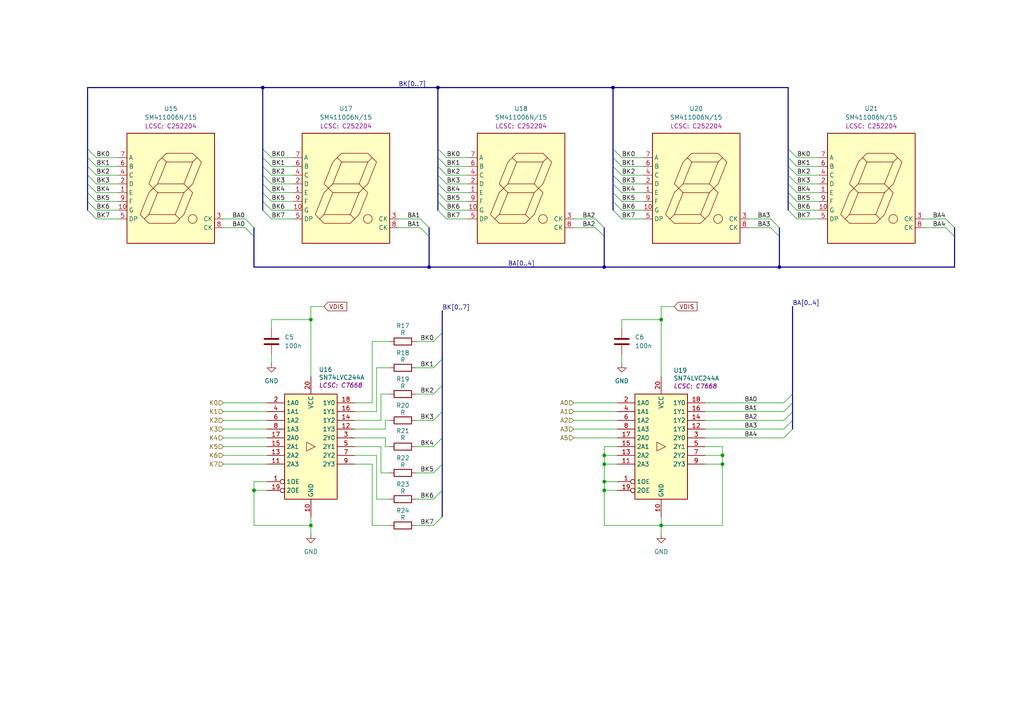
<source format=kicad_sch>
(kicad_sch (version 20250114) (generator "eeschema") (generator_version "9.0")
  (paper "A4")
  (title_block (date "2025-10-19") (rev "v0.0") (company "Rajath Katker") (comment 4 "Final verification pending"))
  (lib_symbols
    (symbol "74xx:74AHC244"
      (property "Reference" "U" (at -7.62 16.51 0))
      (property "Value" "74AHC244" (at -7.62 -16.51 0))
      (symbol "74AHC244_1_0"
        (polyline (pts (xy 1.27 0) (xy -1.27 1.27) (xy -1.27 -1.27) (xy 1.27 0)) (stroke (width 0.1524)))
        (pin input line (at -12.7 12.7 0) (length 5.08) (name "1A0") (number "2"))
        (pin input line (at -12.7 10.16 0) (length 5.08) (name "1A1") (number "4"))
        (pin input line (at -12.7 7.62 0) (length 5.08) (name "1A2") (number "6"))
        (pin input line (at -12.7 5.08 0) (length 5.08) (name "1A3") (number "8"))
        (pin input line (at -12.7 2.54 0) (length 5.08) (name "2A0") (number "17"))
        (pin input line (at -12.7 0 0) (length 5.08) (name "2A1") (number "15"))
        (pin input line (at -12.7 -2.54 0) (length 5.08) (name "2A2") (number "13"))
        (pin input line (at -12.7 -5.08 0) (length 5.08) (name "2A3") (number "11"))
        (pin input inverted (at -12.7 -10.16 0) (length 5.08) (name "1OE") (number "1"))
        (pin input inverted (at -12.7 -12.7 0) (length 5.08) (name "2OE") (number "19"))
        (pin power_in line (at 0 20.32 270) (length 5.08) (name "VCC") (number "20"))
        (pin power_in line (at 0 -20.32 90) (length 5.08) (name "GND") (number "10"))
        (pin tri_state line (at 12.7 12.7 180) (length 5.08) (name "1Y0") (number "18"))
        (pin tri_state line (at 12.7 10.16 180) (length 5.08) (name "1Y1") (number "16"))
        (pin tri_state line (at 12.7 7.62 180) (length 5.08) (name "1Y2") (number "14"))
        (pin tri_state line (at 12.7 5.08 180) (length 5.08) (name "1Y3") (number "12"))
        (pin tri_state line (at 12.7 2.54 180) (length 5.08) (name "2Y0") (number "3"))
        (pin tri_state line (at 12.7 0 180) (length 5.08) (name "2Y1") (number "5"))
        (pin tri_state line (at 12.7 -2.54 180) (length 5.08) (name "2Y2") (number "7"))
        (pin tri_state line (at 12.7 -5.08 180) (length 5.08) (name "2Y3") (number "9"))
      )
      (symbol "74AHC244_1_1"
        (rectangle (start -7.62 15.24) (end 7.62 -15.24) (stroke (width 0.254)) (fill (type background)))
      )
    )
    (symbol "Device:C" (pin_numbers (hide yes)) (pin_names (offset 0.254))
      (property "Reference" "C" (at 0.635 2.54 0))
      (property "Value" "C" (at 0.635 -2.54 0))
      (symbol "C_0_1"
        (polyline (pts (xy -2.032 0.762) (xy 2.032 0.762)) (stroke (width 0.508)))
        (polyline (pts (xy -2.032 -0.762) (xy 2.032 -0.762)) (stroke (width 0.508)))
      )
      (symbol "C_1_1"
        (pin passive line (at 0 3.81 270) (length 2.794) (name "~") (number "1"))
        (pin passive line (at 0 -3.81 90) (length 2.794) (name "~") (number "2"))
      )
    )
    (symbol "Device:R" (pin_numbers (hide yes)) (pin_names (offset 0))
      (property "Reference" "R" (at 2.032 0 90))
      (property "Value" "R" (at 0 0 90))
      (symbol "R_0_1"
        (rectangle (start -1.016 -2.54) (end 1.016 2.54) (stroke (width 0.254)))
      )
      (symbol "R_1_1"
        (pin passive line (at 0 3.81 270) (length 1.27) (name "~") (number "1"))
        (pin passive line (at 0 -3.81 90) (length 1.27) (name "~") (number "2"))
      )
    )
    (symbol "power:GND" (power) (pin_numbers (hide yes)) (pin_names (offset 0) (hide yes))
      (property "Value" "GND" (at 0 -3.81 0))
      (symbol "GND_0_1"
        (polyline (pts (xy 0 0) (xy 0 -1.27) (xy 1.27 -1.27) (xy 0 -2.54) (xy -1.27 -1.27) (xy 0 -1.27)))
      )
      (symbol "GND_1_1"
        (pin power_in line (at 0 0 270) (length 0) (name "~") (number "1"))
      )
    )
    (symbol "precision_clock:SM411006N/15"
      (property "Reference" "U" (at 0 21.844 0))
      (property "Value" "SM411006N/15" (at 0 19.812 0))
      (symbol "SM411006N/15_0_1"
        (polyline (pts (xy -7.62 -8.89) (xy -6.35 -7.62)))
        (polyline (pts (xy -7.62 -8.89) (xy -6.35 -10.16)))
        (polyline (pts (xy -6.35 -7.62) (xy -3.81 -1.27)))
        (polyline (pts (xy -6.35 -7.62) (xy 1.27 -7.62)))
        (polyline (pts (xy -6.35 -10.16) (xy 1.27 -10.16) (xy 2.54 -8.89)))
        (polyline (pts (xy -5.08 0) (xy -6.35 -1.27) (xy -8.89 -7.62) (xy -7.62 -8.89)))
        (polyline (pts (xy -3.81 1.27) (xy -5.08 0)))
        (polyline (pts (xy -3.81 1.27) (xy 3.81 1.27)))
        (polyline (pts (xy -3.81 -1.27) (xy -5.08 0)))
        (polyline (pts (xy -3.81 -1.27) (xy 3.81 -1.27)))
        (polyline (pts (xy -2.54 8.89) (xy -3.81 7.62) (xy -6.35 1.27) (xy -5.08 0)))
        (polyline (pts (xy 1.27 -7.62) (xy 2.54 -8.89)))
        (polyline (pts (xy 2.54 -8.89) (xy 3.81 -7.62) (xy 6.35 -1.27) (xy 5.08 0)))
        (polyline (pts (xy 3.81 1.27) (xy 5.08 0)))
        (polyline (pts (xy 3.81 -1.27) (xy 1.27 -7.62)))
        (polyline (pts (xy 5.08 0) (xy 3.81 -1.27)))
        (polyline (pts (xy 5.08 0) (xy 6.35 1.27) (xy 8.89 7.62) (xy 7.62 8.89)))
        (polyline (pts (xy 6.35 7.62) (xy 3.81 1.27)))
        (polyline (pts (xy 6.35 7.62) (xy -1.27 7.62) (xy -3.81 1.27)))
        (polyline (pts (xy 6.35 7.62) (xy 7.62 8.89) (xy 6.35 10.16) (xy -1.27 10.16) (xy -2.54 8.89) (xy -1.27 7.62)))
        (circle (center 6.35 -8.89) (radius 1.27))
      )
      (symbol "SM411006N/15_1_1"
        (rectangle (start -12.7 15.9543) (end 12.7 -15.9544) (stroke (width 0.254)) (fill (type color) (color 255 255 194 1)))
        (pin input line (at -15.24 8.89 0) (length 2.54) (name "A") (number "7"))
        (pin input line (at -15.24 6.35 0) (length 2.54) (name "B") (number "6"))
        (pin input line (at -15.24 3.81 0) (length 2.54) (name "C") (number "4"))
        (pin input line (at -15.24 1.27 0) (length 2.54) (name "D") (number "2"))
        (pin input line (at -15.24 -1.27 0) (length 2.54) (name "E") (number "1"))
        (pin input line (at -15.24 -3.81 0) (length 2.54) (name "F") (number "9"))
        (pin input line (at -15.24 -6.35 0) (length 2.54) (name "G") (number "10"))
        (pin input line (at -15.24 -8.89 0) (length 2.54) (name "DP") (number "5"))
        (pin input line (at 15.24 -8.89 180) (length 2.54) (name "CK") (number "3"))
        (pin input line (at 15.24 -11.43 180) (length 2.54) (name "CK") (number "8"))
      )
    )
  )
  (junction (at 191.77 152.4))
  (junction (at 90.17 92.71))
  (junction (at 226.06 77.47))
  (junction (at 209.55 134.62))
  (junction (at 73.66 142.24))
  (junction (at 175.26 139.7))
  (junction (at 175.26 142.24))
  (junction (at 124.46 77.47))
  (junction (at 127 25.4))
  (junction (at 209.55 132.08))
  (junction (at 177.8 25.4))
  (junction (at 175.26 134.62))
  (junction (at 175.26 77.47))
  (junction (at 175.26 132.08))
  (junction (at 191.77 92.71))
  (junction (at 90.17 152.4))
  (junction (at 76.2 25.4))
  (bus_entry (at 229.87 114.3) (size -2.54 2.54))
  (bus_entry (at 128.27 142.24) (size -2.54 2.54))
  (bus_entry (at 25.4 60.96) (size 2.54 2.54))
  (bus_entry (at 177.8 43.18) (size 2.54 2.54))
  (bus_entry (at 226.06 68.58) (size -2.54 -2.54))
  (bus_entry (at 229.87 124.46) (size -2.54 2.54))
  (bus_entry (at 177.8 50.8) (size 2.54 2.54))
  (bus_entry (at 128.27 127) (size -2.54 2.54))
  (bus_entry (at 25.4 45.72) (size 2.54 2.54))
  (bus_entry (at 229.87 116.84) (size -2.54 2.54))
  (bus_entry (at 128.27 134.62) (size -2.54 2.54))
  (bus_entry (at 124.46 68.58) (size -2.54 -2.54))
  (bus_entry (at 177.8 60.96) (size 2.54 2.54))
  (bus_entry (at 177.8 55.88) (size 2.54 2.54))
  (bus_entry (at 124.46 66.04) (size -2.54 -2.54))
  (bus_entry (at 76.2 55.88) (size 2.54 2.54))
  (bus_entry (at 25.4 58.42) (size 2.54 2.54))
  (bus_entry (at 76.2 53.34) (size 2.54 2.54))
  (bus_entry (at 25.4 48.26) (size 2.54 2.54))
  (bus_entry (at 229.87 119.38) (size -2.54 2.54))
  (bus_entry (at 76.2 45.72) (size 2.54 2.54))
  (bus_entry (at 228.6 55.88) (size 2.54 2.54))
  (bus_entry (at 127 50.8) (size 2.54 2.54))
  (bus_entry (at 76.2 58.42) (size 2.54 2.54))
  (bus_entry (at 128.27 149.86) (size -2.54 2.54))
  (bus_entry (at 73.66 68.58) (size -2.54 -2.54))
  (bus_entry (at 127 55.88) (size 2.54 2.54))
  (bus_entry (at 128.27 96.52) (size -2.54 2.54))
  (bus_entry (at 177.8 58.42) (size 2.54 2.54))
  (bus_entry (at 177.8 48.26) (size 2.54 2.54))
  (bus_entry (at 228.6 45.72) (size 2.54 2.54))
  (bus_entry (at 228.6 53.34) (size 2.54 2.54))
  (bus_entry (at 177.8 53.34) (size 2.54 2.54))
  (bus_entry (at 76.2 43.18) (size 2.54 2.54))
  (bus_entry (at 175.26 66.04) (size -2.54 -2.54))
  (bus_entry (at 25.4 43.18) (size 2.54 2.54))
  (bus_entry (at 128.27 104.14) (size -2.54 2.54))
  (bus_entry (at 127 53.34) (size 2.54 2.54))
  (bus_entry (at 228.6 43.18) (size 2.54 2.54))
  (bus_entry (at 226.06 66.04) (size -2.54 -2.54))
  (bus_entry (at 127 45.72) (size 2.54 2.54))
  (bus_entry (at 25.4 50.8) (size 2.54 2.54))
  (bus_entry (at 127 43.18) (size 2.54 2.54))
  (bus_entry (at 228.6 58.42) (size 2.54 2.54))
  (bus_entry (at 177.8 45.72) (size 2.54 2.54))
  (bus_entry (at 228.6 60.96) (size 2.54 2.54))
  (bus_entry (at 73.66 66.04) (size -2.54 -2.54))
  (bus_entry (at 228.6 48.26) (size 2.54 2.54))
  (bus_entry (at 76.2 50.8) (size 2.54 2.54))
  (bus_entry (at 175.26 68.58) (size -2.54 -2.54))
  (bus_entry (at 127 60.96) (size 2.54 2.54))
  (bus_entry (at 229.87 121.92) (size -2.54 2.54))
  (bus_entry (at 228.6 50.8) (size 2.54 2.54))
  (bus_entry (at 128.27 111.76) (size -2.54 2.54))
  (bus_entry (at 127 48.26) (size 2.54 2.54))
  (bus_entry (at 76.2 60.96) (size 2.54 2.54))
  (bus_entry (at 128.27 119.38) (size -2.54 2.54))
  (bus_entry (at 25.4 53.34) (size 2.54 2.54))
  (bus_entry (at 276.86 66.04) (size -2.54 -2.54))
  (bus_entry (at 276.86 68.58) (size -2.54 -2.54))
  (bus_entry (at 127 58.42) (size 2.54 2.54))
  (bus_entry (at 25.4 55.88) (size 2.54 2.54))
  (bus_entry (at 76.2 48.26) (size 2.54 2.54))
  (bus (pts (xy 127 25.4) (xy 127 43.18)))
  (wire (pts (xy 64.77 116.84) (xy 77.47 116.84)))
  (wire (pts (xy 102.87 127) (xy 111.76 127)))
  (wire (pts (xy 129.54 55.88) (xy 135.89 55.88)))
  (bus (pts (xy 175.26 68.58) (xy 175.26 77.47)))
  (wire (pts (xy 166.37 119.38) (xy 179.07 119.38)))
  (bus (pts (xy 127 43.18) (xy 127 45.72)))
  (wire (pts (xy 78.74 95.25) (xy 78.74 92.71)))
  (wire (pts (xy 231.14 45.72) (xy 237.49 45.72)))
  (wire (pts (xy 204.47 121.92) (xy 227.33 121.92)))
  (wire (pts (xy 217.17 63.5) (xy 223.52 63.5)))
  (bus (pts (xy 228.6 45.72) (xy 228.6 48.26)))
  (wire (pts (xy 78.74 60.96) (xy 85.09 60.96)))
  (wire (pts (xy 109.22 119.38) (xy 109.22 106.68)))
  (bus (pts (xy 229.87 114.3) (xy 229.87 116.84)))
  (wire (pts (xy 73.66 152.4) (xy 90.17 152.4)))
  (wire (pts (xy 180.34 60.96) (xy 186.69 60.96)))
  (wire (pts (xy 78.74 50.8) (xy 85.09 50.8)))
  (wire (pts (xy 129.54 58.42) (xy 135.89 58.42)))
  (bus (pts (xy 177.8 53.34) (xy 177.8 55.88)))
  (bus (pts (xy 226.06 68.58) (xy 226.06 77.47)))
  (wire (pts (xy 204.47 116.84) (xy 227.33 116.84)))
  (bus (pts (xy 73.66 68.58) (xy 73.66 77.47)))
  (bus (pts (xy 226.06 77.47) (xy 276.86 77.47)))
  (wire (pts (xy 78.74 55.88) (xy 85.09 55.88)))
  (bus (pts (xy 76.2 50.8) (xy 76.2 53.34)))
  (wire (pts (xy 129.54 48.26) (xy 135.89 48.26)))
  (wire (pts (xy 107.95 134.62) (xy 107.95 152.4)))
  (wire (pts (xy 180.34 102.87) (xy 180.34 105.41)))
  (wire (pts (xy 64.77 127) (xy 77.47 127)))
  (wire (pts (xy 129.54 63.5) (xy 135.89 63.5)))
  (wire (pts (xy 107.95 99.06) (xy 113.03 99.06)))
  (wire (pts (xy 175.26 132.08) (xy 175.26 129.54)))
  (wire (pts (xy 102.87 134.62) (xy 107.95 134.62)))
  (wire (pts (xy 120.65 99.06) (xy 125.73 99.06)))
  (wire (pts (xy 267.97 66.04) (xy 274.32 66.04)))
  (bus (pts (xy 124.46 66.04) (xy 124.46 68.58)))
  (wire (pts (xy 166.37 63.5) (xy 172.72 63.5)))
  (wire (pts (xy 166.37 121.92) (xy 179.07 121.92)))
  (wire (pts (xy 204.47 124.46) (xy 227.33 124.46)))
  (wire (pts (xy 90.17 152.4) (xy 90.17 154.94)))
  (bus (pts (xy 25.4 55.88) (xy 25.4 58.42)))
  (wire (pts (xy 204.47 129.54) (xy 209.55 129.54)))
  (wire (pts (xy 191.77 92.71) (xy 191.77 109.22)))
  (wire (pts (xy 78.74 63.5) (xy 85.09 63.5)))
  (wire (pts (xy 102.87 116.84) (xy 107.95 116.84)))
  (bus (pts (xy 25.4 53.34) (xy 25.4 55.88)))
  (wire (pts (xy 27.94 63.5) (xy 34.29 63.5)))
  (wire (pts (xy 180.34 48.26) (xy 186.69 48.26)))
  (wire (pts (xy 217.17 66.04) (xy 223.52 66.04)))
  (wire (pts (xy 109.22 144.78) (xy 113.03 144.78)))
  (wire (pts (xy 209.55 132.08) (xy 209.55 134.62)))
  (wire (pts (xy 180.34 45.72) (xy 186.69 45.72)))
  (wire (pts (xy 120.65 106.68) (xy 125.73 106.68)))
  (wire (pts (xy 120.65 144.78) (xy 125.73 144.78)))
  (bus (pts (xy 229.87 119.38) (xy 229.87 121.92)))
  (wire (pts (xy 191.77 152.4) (xy 191.77 154.94)))
  (bus (pts (xy 228.6 43.18) (xy 228.6 45.72)))
  (bus (pts (xy 76.2 53.34) (xy 76.2 55.88)))
  (wire (pts (xy 129.54 53.34) (xy 135.89 53.34)))
  (wire (pts (xy 78.74 102.87) (xy 78.74 105.41)))
  (wire (pts (xy 204.47 119.38) (xy 227.33 119.38)))
  (bus (pts (xy 127 55.88) (xy 127 58.42)))
  (bus (pts (xy 128.27 90.17) (xy 128.27 96.52)))
  (bus (pts (xy 76.2 45.72) (xy 76.2 48.26)))
  (wire (pts (xy 231.14 63.5) (xy 237.49 63.5)))
  (wire (pts (xy 110.49 121.92) (xy 110.49 114.3)))
  (wire (pts (xy 78.74 45.72) (xy 85.09 45.72)))
  (wire (pts (xy 209.55 129.54) (xy 209.55 132.08)))
  (wire (pts (xy 27.94 55.88) (xy 34.29 55.88)))
  (wire (pts (xy 175.26 142.24) (xy 179.07 142.24)))
  (bus (pts (xy 228.6 58.42) (xy 228.6 60.96)))
  (bus (pts (xy 25.4 25.4) (xy 25.4 43.18)))
  (bus (pts (xy 175.26 77.47) (xy 226.06 77.47)))
  (wire (pts (xy 73.66 142.24) (xy 73.66 152.4)))
  (wire (pts (xy 64.77 132.08) (xy 77.47 132.08)))
  (bus (pts (xy 128.27 127) (xy 128.27 134.62)))
  (bus (pts (xy 228.6 55.88) (xy 228.6 58.42)))
  (wire (pts (xy 129.54 50.8) (xy 135.89 50.8)))
  (wire (pts (xy 115.57 63.5) (xy 121.92 63.5)))
  (bus (pts (xy 124.46 77.47) (xy 175.26 77.47)))
  (wire (pts (xy 175.26 152.4) (xy 191.77 152.4)))
  (wire (pts (xy 204.47 132.08) (xy 209.55 132.08)))
  (wire (pts (xy 231.14 58.42) (xy 237.49 58.42)))
  (wire (pts (xy 78.74 92.71) (xy 90.17 92.71)))
  (bus (pts (xy 229.87 116.84) (xy 229.87 119.38)))
  (bus (pts (xy 228.6 25.4) (xy 228.6 43.18)))
  (wire (pts (xy 180.34 63.5) (xy 186.69 63.5)))
  (wire (pts (xy 109.22 132.08) (xy 109.22 144.78)))
  (bus (pts (xy 76.2 25.4) (xy 76.2 43.18)))
  (wire (pts (xy 27.94 48.26) (xy 34.29 48.26)))
  (wire (pts (xy 64.77 124.46) (xy 77.47 124.46)))
  (wire (pts (xy 107.95 152.4) (xy 113.03 152.4)))
  (wire (pts (xy 175.26 134.62) (xy 175.26 132.08)))
  (wire (pts (xy 166.37 124.46) (xy 179.07 124.46)))
  (bus (pts (xy 76.2 55.88) (xy 76.2 58.42)))
  (wire (pts (xy 180.34 95.25) (xy 180.34 92.71)))
  (wire (pts (xy 231.14 53.34) (xy 237.49 53.34)))
  (wire (pts (xy 129.54 60.96) (xy 135.89 60.96)))
  (wire (pts (xy 109.22 106.68) (xy 113.03 106.68)))
  (wire (pts (xy 64.77 121.92) (xy 77.47 121.92)))
  (bus (pts (xy 76.2 58.42) (xy 76.2 60.96)))
  (wire (pts (xy 175.26 139.7) (xy 175.26 134.62)))
  (wire (pts (xy 175.26 129.54) (xy 179.07 129.54)))
  (wire (pts (xy 209.55 152.4) (xy 191.77 152.4)))
  (bus (pts (xy 128.27 119.38) (xy 128.27 127)))
  (wire (pts (xy 110.49 137.16) (xy 113.03 137.16)))
  (bus (pts (xy 128.27 111.76) (xy 128.27 119.38)))
  (wire (pts (xy 78.74 58.42) (xy 85.09 58.42)))
  (wire (pts (xy 180.34 55.88) (xy 186.69 55.88)))
  (wire (pts (xy 191.77 88.9) (xy 191.77 92.71)))
  (bus (pts (xy 177.8 55.88) (xy 177.8 58.42)))
  (wire (pts (xy 120.65 129.54) (xy 125.73 129.54)))
  (bus (pts (xy 25.4 25.4) (xy 76.2 25.4)))
  (bus (pts (xy 226.06 66.04) (xy 226.06 68.58)))
  (bus (pts (xy 124.46 68.58) (xy 124.46 77.47)))
  (bus (pts (xy 127 58.42) (xy 127 60.96)))
  (bus (pts (xy 128.27 104.14) (xy 128.27 111.76)))
  (wire (pts (xy 111.76 124.46) (xy 111.76 121.92)))
  (wire (pts (xy 64.77 66.04) (xy 71.12 66.04)))
  (bus (pts (xy 228.6 53.34) (xy 228.6 55.88)))
  (wire (pts (xy 204.47 134.62) (xy 209.55 134.62)))
  (wire (pts (xy 27.94 53.34) (xy 34.29 53.34)))
  (bus (pts (xy 177.8 25.4) (xy 228.6 25.4)))
  (wire (pts (xy 111.76 127) (xy 111.76 129.54)))
  (bus (pts (xy 177.8 43.18) (xy 177.8 45.72)))
  (bus (pts (xy 228.6 50.8) (xy 228.6 53.34)))
  (wire (pts (xy 267.97 63.5) (xy 274.32 63.5)))
  (bus (pts (xy 73.66 66.04) (xy 73.66 68.58)))
  (wire (pts (xy 204.47 127) (xy 227.33 127)))
  (wire (pts (xy 180.34 50.8) (xy 186.69 50.8)))
  (wire (pts (xy 195.58 88.9) (xy 191.77 88.9)))
  (wire (pts (xy 64.77 119.38) (xy 77.47 119.38)))
  (wire (pts (xy 129.54 45.72) (xy 135.89 45.72)))
  (wire (pts (xy 180.34 53.34) (xy 186.69 53.34)))
  (bus (pts (xy 25.4 48.26) (xy 25.4 50.8)))
  (bus (pts (xy 177.8 58.42) (xy 177.8 60.96)))
  (bus (pts (xy 128.27 142.24) (xy 128.27 149.86)))
  (wire (pts (xy 78.74 53.34) (xy 85.09 53.34)))
  (wire (pts (xy 73.66 142.24) (xy 77.47 142.24)))
  (wire (pts (xy 73.66 139.7) (xy 73.66 142.24)))
  (wire (pts (xy 90.17 88.9) (xy 90.17 92.71)))
  (wire (pts (xy 231.14 55.88) (xy 237.49 55.88)))
  (wire (pts (xy 175.26 139.7) (xy 175.26 142.24)))
  (bus (pts (xy 276.86 68.58) (xy 276.86 77.47)))
  (wire (pts (xy 102.87 129.54) (xy 110.49 129.54)))
  (wire (pts (xy 110.49 114.3) (xy 113.03 114.3)))
  (wire (pts (xy 179.07 139.7) (xy 175.26 139.7)))
  (bus (pts (xy 25.4 58.42) (xy 25.4 60.96)))
  (bus (pts (xy 127 53.34) (xy 127 55.88)))
  (wire (pts (xy 27.94 58.42) (xy 34.29 58.42)))
  (wire (pts (xy 93.98 88.9) (xy 90.17 88.9)))
  (wire (pts (xy 231.14 50.8) (xy 237.49 50.8)))
  (bus (pts (xy 177.8 50.8) (xy 177.8 53.34)))
  (wire (pts (xy 27.94 50.8) (xy 34.29 50.8)))
  (wire (pts (xy 90.17 92.71) (xy 90.17 109.22)))
  (wire (pts (xy 102.87 119.38) (xy 109.22 119.38)))
  (wire (pts (xy 175.26 134.62) (xy 179.07 134.62)))
  (bus (pts (xy 127 50.8) (xy 127 53.34)))
  (bus (pts (xy 127 48.26) (xy 127 50.8)))
  (wire (pts (xy 64.77 63.5) (xy 71.12 63.5)))
  (wire (pts (xy 209.55 134.62) (xy 209.55 152.4)))
  (wire (pts (xy 64.77 134.62) (xy 77.47 134.62)))
  (bus (pts (xy 127 45.72) (xy 127 48.26)))
  (wire (pts (xy 27.94 60.96) (xy 34.29 60.96)))
  (wire (pts (xy 120.65 114.3) (xy 125.73 114.3)))
  (wire (pts (xy 120.65 137.16) (xy 125.73 137.16)))
  (bus (pts (xy 76.2 25.4) (xy 127 25.4)))
  (wire (pts (xy 102.87 132.08) (xy 109.22 132.08)))
  (wire (pts (xy 120.65 121.92) (xy 125.73 121.92)))
  (bus (pts (xy 25.4 45.72) (xy 25.4 48.26)))
  (wire (pts (xy 180.34 92.71) (xy 191.77 92.71)))
  (bus (pts (xy 228.6 48.26) (xy 228.6 50.8)))
  (bus (pts (xy 127 25.4) (xy 177.8 25.4)))
  (bus (pts (xy 276.86 66.04) (xy 276.86 68.58)))
  (wire (pts (xy 180.34 58.42) (xy 186.69 58.42)))
  (bus (pts (xy 177.8 25.4) (xy 177.8 43.18)))
  (wire (pts (xy 102.87 124.46) (xy 111.76 124.46)))
  (bus (pts (xy 229.87 88.9) (xy 229.87 114.3)))
  (wire (pts (xy 77.47 139.7) (xy 73.66 139.7)))
  (wire (pts (xy 107.95 116.84) (xy 107.95 99.06)))
  (wire (pts (xy 64.77 129.54) (xy 77.47 129.54)))
  (wire (pts (xy 166.37 127) (xy 179.07 127)))
  (wire (pts (xy 175.26 142.24) (xy 175.26 152.4)))
  (bus (pts (xy 177.8 48.26) (xy 177.8 50.8)))
  (bus (pts (xy 25.4 43.18) (xy 25.4 45.72)))
  (wire (pts (xy 110.49 129.54) (xy 110.49 137.16)))
  (wire (pts (xy 231.14 48.26) (xy 237.49 48.26)))
  (wire (pts (xy 111.76 129.54) (xy 113.03 129.54)))
  (bus (pts (xy 229.87 121.92) (xy 229.87 124.46)))
  (bus (pts (xy 177.8 45.72) (xy 177.8 48.26)))
  (bus (pts (xy 175.26 66.04) (xy 175.26 68.58)))
  (wire (pts (xy 166.37 116.84) (xy 179.07 116.84)))
  (wire (pts (xy 78.74 48.26) (xy 85.09 48.26)))
  (wire (pts (xy 115.57 66.04) (xy 121.92 66.04)))
  (bus (pts (xy 128.27 134.62) (xy 128.27 142.24)))
  (wire (pts (xy 102.87 121.92) (xy 110.49 121.92)))
  (bus (pts (xy 124.46 77.47) (xy 73.66 77.47)))
  (bus (pts (xy 76.2 48.26) (xy 76.2 50.8)))
  (wire (pts (xy 175.26 132.08) (xy 179.07 132.08)))
  (wire (pts (xy 90.17 149.86) (xy 90.17 152.4)))
  (wire (pts (xy 231.14 60.96) (xy 237.49 60.96)))
  (wire (pts (xy 111.76 121.92) (xy 113.03 121.92)))
  (bus (pts (xy 76.2 43.18) (xy 76.2 45.72)))
  (wire (pts (xy 166.37 66.04) (xy 172.72 66.04)))
  (wire (pts (xy 27.94 45.72) (xy 34.29 45.72)))
  (wire (pts (xy 191.77 149.86) (xy 191.77 152.4)))
  (bus (pts (xy 25.4 50.8) (xy 25.4 53.34)))
  (wire (pts (xy 120.65 152.4) (xy 125.73 152.4)))
  (bus (pts (xy 128.27 96.52) (xy 128.27 104.14)))
  (label "BK4" (at 180.34 55.88 0))
  (label "BA2" (at 215.9 121.92 0))
  (label "BK7" (at 180.34 63.5 0))
  (label "BK4" (at 129.54 55.88 0))
  (label "BK0" (at 129.54 45.72 0))
  (label "BA3" (at 215.9 124.46 0))
  (label "BK1" (at 129.54 48.26 0))
  (label "BA[0..4]" (at 147.32 77.47 0))
  (label "BK2" (at 129.54 50.8 0))
  (label "BK6" (at 129.54 60.96 0))
  (label "BK[0..7]" (at 115.57 25.4 0))
  (label "BK6" (at 78.74 60.96 0))
  (label "BK1" (at 121.92 106.68 0))
  (label "BA1" (at 118.11 66.04 0))
  (label "BK3" (at 78.74 53.34 0))
  (label "BK3" (at 27.94 53.34 0))
  (label "BK2" (at 180.34 50.8 0))
  (label "BK3" (at 231.14 53.34 0))
  (label "BA2" (at 168.91 66.04 0))
  (label "BK7" (at 78.74 63.5 0))
  (label "BA[0..4]" (at 229.87 88.9 0))
  (label "BK1" (at 180.34 48.26 0))
  (label "BK7" (at 231.14 63.5 0))
  (label "BA0" (at 67.31 63.5 0))
  (label "BA4" (at 215.9 127 0))
  (label "BK5" (at 231.14 58.42 0))
  (label "BK0" (at 180.34 45.72 0))
  (label "BA1" (at 215.9 119.38 0))
  (label "BK5" (at 78.74 58.42 0))
  (label "BK5" (at 129.54 58.42 0))
  (label "BK1" (at 231.14 48.26 0))
  (label "BA2" (at 168.91 63.5 0))
  (label "BA4" (at 270.51 66.04 0))
  (label "BK[0..7]" (at 128.27 90.17 0))
  (label "BK6" (at 180.34 60.96 0))
  (label "BK1" (at 27.94 48.26 0))
  (label "BK5" (at 180.34 58.42 0))
  (label "BK6" (at 231.14 60.96 0))
  (label "BA0" (at 67.31 66.04 0))
  (label "BK0" (at 121.92 99.06 0))
  (label "BA3" (at 219.71 66.04 0))
  (label "BK3" (at 121.92 121.92 0))
  (label "BK2" (at 78.74 50.8 0))
  (label "BA4" (at 270.51 63.5 0))
  (label "BK7" (at 129.54 63.5 0))
  (label "BK1" (at 78.74 48.26 0))
  (label "BK2" (at 121.92 114.3 0))
  (label "BK3" (at 180.34 53.34 0))
  (label "BK3" (at 129.54 53.34 0))
  (label "BA0" (at 215.9 116.84 0))
  (label "BK2" (at 231.14 50.8 0))
  (label "BK0" (at 78.74 45.72 0))
  (label "BK0" (at 27.94 45.72 0))
  (label "BK7" (at 121.92 152.4 0))
  (label "BA1" (at 118.11 63.5 0))
  (label "BK2" (at 27.94 50.8 0))
  (label "BK7" (at 27.94 63.5 0))
  (label "BK4" (at 27.94 55.88 0))
  (label "BK4" (at 231.14 55.88 0))
  (label "BK0" (at 231.14 45.72 0))
  (label "BK5" (at 121.92 137.16 0))
  (label "BK5" (at 27.94 58.42 0))
  (label "BK6" (at 27.94 60.96 0))
  (label "BK6" (at 121.92 144.78 0))
  (label "BK4" (at 121.92 129.54 0))
  (label "BK4" (at 78.74 55.88 0))
  (label "BA3" (at 219.71 63.5 0))
  (global_label "VDIS" (shape input) (at 195.58 88.9 0) (property "Intersheetrefs" "${INTERSHEET_REFS}" (effects (hide yes))))
  (global_label "VDIS" (shape input) (at 93.98 88.9 0) (property "Intersheetrefs" "${INTERSHEET_REFS}" (effects (hide yes))))
  (hierarchical_label "A2" (shape input) (at 166.37 121.92 180))
  (hierarchical_label "K2" (shape input) (at 64.77 121.92 180))
  (hierarchical_label "K7" (shape input) (at 64.77 134.62 180))
  (hierarchical_label "A0" (shape input) (at 166.37 116.84 180))
  (hierarchical_label "K3" (shape input) (at 64.77 124.46 180))
  (hierarchical_label "A3" (shape input) (at 166.37 124.46 180))
  (hierarchical_label "A1" (shape input) (at 166.37 119.38 180))
  (hierarchical_label "K5" (shape input) (at 64.77 129.54 180))
  (hierarchical_label "K1" (shape input) (at 64.77 119.38 180))
  (hierarchical_label "K6" (shape input) (at 64.77 132.08 180))
  (hierarchical_label "K0" (shape input) (at 64.77 116.84 180))
  (hierarchical_label "K4" (shape input) (at 64.77 127 180))
  (hierarchical_label "A5" (shape input) (at 166.37 127 180))
  (symbol (lib_id "Device:R") (at 116.84 121.92 90) (unit 1)
    (property "Reference" "R4" (at 116.84 117.602 90))
    (property "Value" "R" (at 116.84 119.634 90))
    (property "Description" "Resistor" (effects (hide yes)))
    (instances (project "Precision Clock" (path "" (reference "R20") (unit 1)) (path "" (reference "R4") (unit 1)) (path "" (reference "R12") (unit 1))))
  )
  (symbol (lib_id "precision_clock:SM411006N/15") (at 100.33 54.61 0) (unit 1)
    (property "Reference" "U3" (at 100.33 31.496 0))
    (property "Value" "SM411006N/15" (at 100.33 34.036 0))
    (property "Footprint" "precision_clock:SM411006N15" (effects (hide yes)))
    (property "Datasheet" "https://www.lcsc.com/datasheet/C252204.pdf" (effects (hide yes)))
    (property "Description" "25.4 mm (1.0 inch) Single Digit Numeric Display" (effects (hide yes)))
    (property "LCSC" "C252204" (at 100.33 36.576 0) (show_name yes))
    (instances (project "Precision Clock" (path "" (reference "U17") (unit 1)) (path "" (reference "U3") (unit 1)) (path "" (reference "U10") (unit 1))))
  )
  (symbol (lib_id "Device:R") (at 116.84 137.16 90) (unit 1)
    (property "Reference" "R6" (at 116.84 132.842 90))
    (property "Value" "R" (at 116.84 134.874 90))
    (property "Description" "Resistor" (effects (hide yes)))
    (instances (project "Precision Clock" (path "" (reference "R22") (unit 1)) (path "" (reference "R6") (unit 1)) (path "" (reference "R14") (unit 1))))
  )
  (symbol (lib_id "Device:C") (at 78.74 99.06 0) (unit 1)
    (property "Reference" "C1" (at 82.55 97.7899 0) (effects (justify left)))
    (property "Value" "100n" (at 82.55 100.3299 0) (effects (justify left)))
    (property "Description" "Unpolarized capacitor" (effects (hide yes)))
    (instances (project "Precision Clock" (path "" (reference "C5") (unit 1)) (path "" (reference "C1") (unit 1)) (path "" (reference "C3") (unit 1))))
  )
  (symbol (lib_id "Device:C") (at 180.34 99.06 0) (unit 1)
    (property "Reference" "C2" (at 184.15 97.7899 0) (effects (justify left)))
    (property "Value" "100n" (at 184.15 100.3299 0) (effects (justify left)))
    (property "Description" "Unpolarized capacitor" (effects (hide yes)))
    (instances (project "Precision Clock" (path "" (reference "C6") (unit 1)) (path "" (reference "C2") (unit 1)) (path "" (reference "C4") (unit 1))))
  )
  (symbol (lib_id "precision_clock:SM411006N/15") (at 201.93 54.61 0) (unit 1)
    (property "Reference" "U6" (at 201.93 31.496 0))
    (property "Value" "SM411006N/15" (at 201.93 34.036 0))
    (property "Footprint" "precision_clock:SM411006N15" (effects (hide yes)))
    (property "Datasheet" "https://www.lcsc.com/datasheet/C252204.pdf" (effects (hide yes)))
    (property "Description" "25.4 mm (1.0 inch) Single Digit Numeric Display" (effects (hide yes)))
    (property "LCSC" "C252204" (at 201.93 36.576 0) (show_name yes))
    (instances (project "Precision Clock" (path "" (reference "U20") (unit 1)) (path "" (reference "U6") (unit 1)) (path "" (reference "U13") (unit 1))))
  )
  (symbol (lib_id "power:GND") (at 78.74 105.41 0) (unit 1)
    (property "Reference" "#PWR01" (effects (hide yes)))
    (property "Value" "GND" (at 78.74 110.49 0))
    (property "Description" "Power symbol creates a global label with name \"GND\" , ground" (effects (hide yes)))
    (instances (project "Precision Clock" (path "" (reference "#PWR09") (unit 1)) (path "" (reference "#PWR01") (unit 1)) (path "" (reference "#PWR05") (unit 1))))
  )
  (symbol (lib_id "Device:R") (at 116.84 106.68 90) (unit 1)
    (property "Reference" "R2" (at 116.84 102.362 90))
    (property "Value" "R" (at 116.84 104.394 90))
    (property "Description" "Resistor" (effects (hide yes)))
    (instances (project "Precision Clock" (path "" (reference "R18") (unit 1)) (path "" (reference "R2") (unit 1)) (path "" (reference "R10") (unit 1))))
  )
  (symbol (lib_id "precision_clock:SM411006N/15") (at 151.13 54.61 0) (unit 1)
    (property "Reference" "U4" (at 151.13 31.496 0))
    (property "Value" "SM411006N/15" (at 151.13 34.036 0))
    (property "Footprint" "precision_clock:SM411006N15" (effects (hide yes)))
    (property "Datasheet" "https://www.lcsc.com/datasheet/C252204.pdf" (effects (hide yes)))
    (property "Description" "25.4 mm (1.0 inch) Single Digit Numeric Display" (effects (hide yes)))
    (property "LCSC" "C252204" (at 151.13 36.576 0) (show_name yes))
    (instances (project "Precision Clock" (path "" (reference "U18") (unit 1)) (path "" (reference "U4") (unit 1)) (path "" (reference "U11") (unit 1))))
  )
  (symbol (lib_id "74xx:74AHC244") (at 90.17 129.54 0) (unit 1)
    (property "Reference" "U2" (at 92.456 107.188 0) (effects (justify left)))
    (property "Value" "SN74LVC244A" (at 92.456 109.474 0) (effects (justify left)))
    (property "Footprint" "Package_SO:TSSOP-20_4.4x6.5mm_P0.65mm" (effects (hide yes)))
    (property "Datasheet" "https://assets.nexperia.com/documents/data-sheet/74AHC_AHCT244.pdf" (effects (hide yes)))
    (property "Description" "8-bit Buffer/Line Driver 3-state" (effects (hide yes)))
    (property "LCSC" "C7668" (at 92.456 111.76 0) (show_name yes) (effects (font (italic yes)) (justify left)))
    (instances (project "Precision Clock" (path "" (reference "U16") (unit 1)) (path "" (reference "U2") (unit 1)) (path "" (reference "U9") (unit 1))))
  )
  (symbol (lib_id "power:GND") (at 180.34 105.41 0) (unit 1)
    (property "Reference" "#PWR03" (effects (hide yes)))
    (property "Value" "GND" (at 180.34 110.49 0))
    (property "Description" "Power symbol creates a global label with name \"GND\" , ground" (effects (hide yes)))
    (instances (project "Precision Clock" (path "" (reference "#PWR011") (unit 1)) (path "" (reference "#PWR03") (unit 1)) (path "" (reference "#PWR07") (unit 1))))
  )
  (symbol (lib_id "Device:R") (at 116.84 152.4 90) (unit 1)
    (property "Reference" "R8" (at 116.84 148.082 90))
    (property "Value" "R" (at 116.84 150.114 90))
    (property "Description" "Resistor" (effects (hide yes)))
    (instances (project "Precision Clock" (path "" (reference "R24") (unit 1)) (path "" (reference "R8") (unit 1)) (path "" (reference "R16") (unit 1))))
  )
  (symbol (lib_id "74xx:74AHC244") (at 191.77 129.54 0) (unit 1)
    (property "Reference" "U5" (at 195.326 107.442 0) (effects (justify left)))
    (property "Value" "SN74LVC244A" (at 195.326 109.728 0) (effects (justify left)))
    (property "Footprint" "Package_SO:TSSOP-20_4.4x6.5mm_P0.65mm" (effects (hide yes)))
    (property "Datasheet" "https://assets.nexperia.com/documents/data-sheet/74AHC_AHCT244.pdf" (effects (hide yes)))
    (property "Description" "8-bit Buffer/Line Driver 3-state" (effects (hide yes)))
    (property "LCSC" "C7668" (at 195.326 112.014 0) (show_name yes) (effects (font (italic yes)) (justify left)))
    (instances (project "Precision Clock" (path "" (reference "U19") (unit 1)) (path "" (reference "U5") (unit 1)) (path "" (reference "U12") (unit 1))))
  )
  (symbol (lib_id "Device:R") (at 116.84 144.78 90) (unit 1)
    (property "Reference" "R7" (at 116.84 140.462 90))
    (property "Value" "R" (at 116.84 142.494 90))
    (property "Description" "Resistor" (effects (hide yes)))
    (instances (project "Precision Clock" (path "" (reference "R23") (unit 1)) (path "" (reference "R7") (unit 1)) (path "" (reference "R15") (unit 1))))
  )
  (symbol (lib_id "power:GND") (at 90.17 154.94 0) (unit 1)
    (property "Reference" "#PWR02" (effects (hide yes)))
    (property "Value" "GND" (at 90.17 160.02 0))
    (property "Description" "Power symbol creates a global label with name \"GND\" , ground" (effects (hide yes)))
    (instances (project "Precision Clock" (path "" (reference "#PWR010") (unit 1)) (path "" (reference "#PWR02") (unit 1)) (path "" (reference "#PWR06") (unit 1))))
  )
  (symbol (lib_id "precision_clock:SM411006N/15") (at 49.53 54.61 0) (unit 1)
    (property "Reference" "U1" (at 49.53 31.496 0))
    (property "Value" "SM411006N/15" (at 49.53 34.036 0))
    (property "Footprint" "precision_clock:SM411006N15" (effects (hide yes)))
    (property "Datasheet" "https://www.lcsc.com/datasheet/C252204.pdf" (effects (hide yes)))
    (property "Description" "25.4 mm (1.0 inch) Single Digit Numeric Display" (effects (hide yes)))
    (property "LCSC" "C252204" (at 49.53 36.576 0) (show_name yes))
    (instances (project "" (path "" (reference "U15") (unit 1)) (path "" (reference "U1") (unit 1)) (path "" (reference "U8") (unit 1))))
  )
  (symbol (lib_id "Device:R") (at 116.84 129.54 90) (unit 1)
    (property "Reference" "R5" (at 116.84 124.968 90))
    (property "Value" "R" (at 116.84 127 90))
    (property "Description" "Resistor" (effects (hide yes)))
    (instances (project "Precision Clock" (path "" (reference "R21") (unit 1)) (path "" (reference "R5") (unit 1)) (path "" (reference "R13") (unit 1))))
  )
  (symbol (lib_id "power:GND") (at 191.77 154.94 0) (unit 1)
    (property "Reference" "#PWR04" (effects (hide yes)))
    (property "Value" "GND" (at 191.77 160.02 0))
    (property "Description" "Power symbol creates a global label with name \"GND\" , ground" (effects (hide yes)))
    (instances (project "Precision Clock" (path "" (reference "#PWR012") (unit 1)) (path "" (reference "#PWR04") (unit 1)) (path "" (reference "#PWR08") (unit 1))))
  )
  (symbol (lib_id "precision_clock:SM411006N/15") (at 252.73 54.61 0) (unit 1)
    (property "Reference" "U7" (at 252.73 31.496 0))
    (property "Value" "SM411006N/15" (at 252.73 34.036 0))
    (property "Footprint" "precision_clock:SM411006N15" (effects (hide yes)))
    (property "Datasheet" "https://www.lcsc.com/datasheet/C252204.pdf" (effects (hide yes)))
    (property "Description" "25.4 mm (1.0 inch) Single Digit Numeric Display" (effects (hide yes)))
    (property "LCSC" "C252204" (at 252.73 36.576 0) (show_name yes))
    (instances (project "Precision Clock" (path "" (reference "U21") (unit 1)) (path "" (reference "U7") (unit 1)) (path "" (reference "U14") (unit 1))))
  )
  (symbol (lib_id "Device:R") (at 116.84 99.06 90) (unit 1)
    (property "Reference" "R1" (at 116.84 94.488 90))
    (property "Value" "R" (at 116.84 96.52 90))
    (property "Description" "Resistor" (effects (hide yes)))
    (instances (project "Precision Clock" (path "" (reference "R17") (unit 1)) (path "" (reference "R1") (unit 1)) (path "" (reference "R9") (unit 1))))
  )
  (symbol (lib_id "Device:R") (at 116.84 114.3 90) (unit 1)
    (property "Reference" "R3" (at 116.84 109.982 90))
    (property "Value" "R" (at 116.84 112.014 90))
    (property "Description" "Resistor" (effects (hide yes)))
    (instances (project "Precision Clock" (path "" (reference "R19") (unit 1)) (path "" (reference "R3") (unit 1)) (path "" (reference "R11") (unit 1))))
  )
)
</source>
